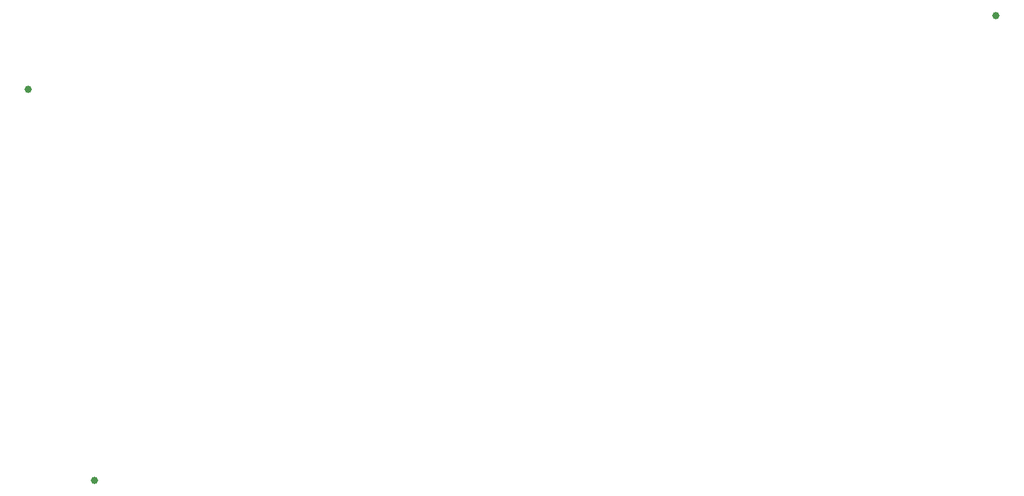
<source format=gbp>
G04*
G04 #@! TF.GenerationSoftware,Altium Limited,Altium Designer,24.5.2 (23)*
G04*
G04 Layer_Color=128*
%FSLAX25Y25*%
%MOIN*%
G70*
G04*
G04 #@! TF.SameCoordinates,0B6ABAA2-CCE4-471A-9BB9-6C60CE704F84*
G04*
G04*
G04 #@! TF.FilePolarity,Positive*
G04*
G01*
G75*
%ADD23C,0.03937*%
D23*
X47244Y11811D02*
D03*
X527559Y259842D02*
D03*
X11811Y220472D02*
D03*
M02*

</source>
